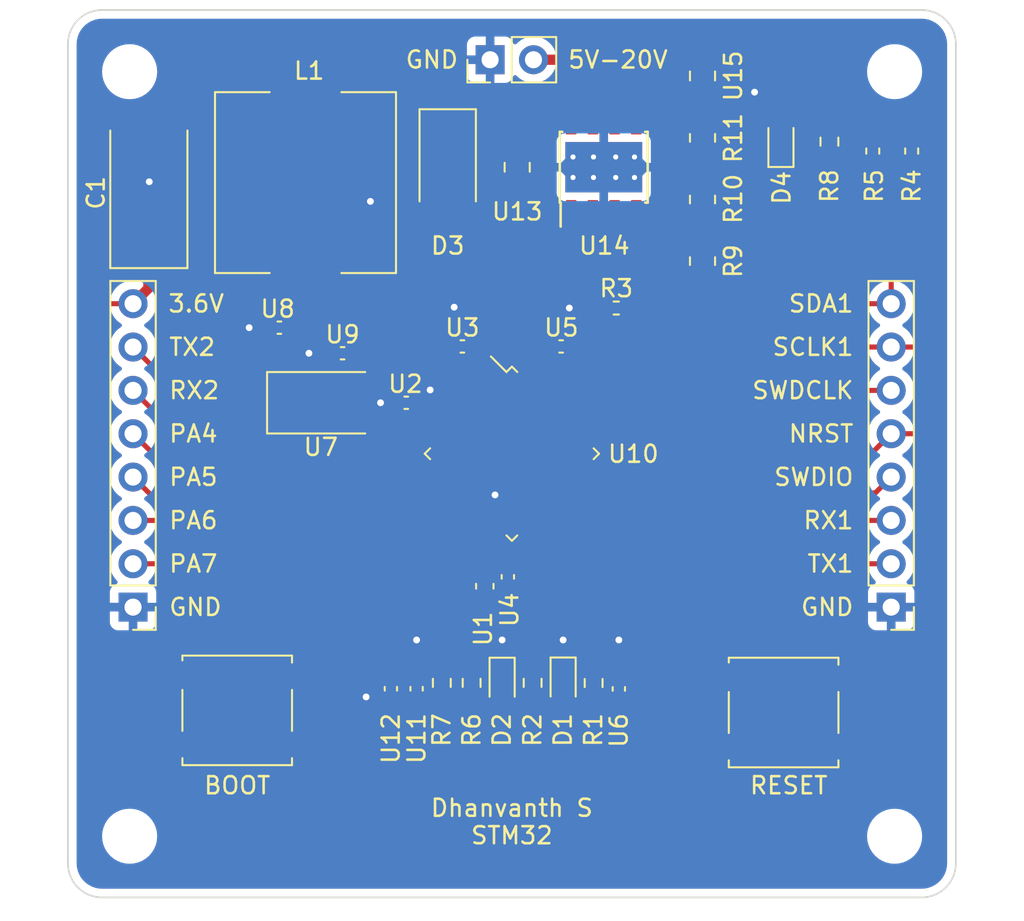
<source format=kicad_pcb>
(kicad_pcb (version 20240108) (generator "pcbnew") (generator_version "8.0")
  (layers (0 "F.Cu" signal) (31 "B.Cu" signal) (34 "B.Paste" user) (35 "F.Paste" user) (36 "B.SilkS" user "B.Silkscreen") (37 "F.SilkS" user "F.Silkscreen") (38 "B.Mask" user) (39 "F.Mask" user) (44 "Edge.Cuts" user))
  (net 0 "")
  (net 1 "+3.3V")
  (net 2 "GND")
  (net 3 "Net-(D1-Pad2)")
  (net 4 "Net-(D2-Pad2)")
  (net 5 "Net-(D3-Pad1)")
  (net 6 "Net-(D4-Pad2)")
  (net 7 "SWDIO")
  (net 8 "SWDCLK")
  (net 9 "NRST")
  (net 10 "USART2_RX")
  (net 11 "USART2_TX")
  (net 12 "USART1_RX")
  (net 13 "USART1_TX")
  (net 14 "I2C1_SCLK")
  (net 15 "I2C1_SDA")
  (net 16 "+12V")
  (net 17 "LED2")
  (net 18 "LED1")
  (net 19 "/BOOT0")
  (net 20 "Net-(R6-Pad1)")
  (net 21 "Net-(R6-Pad2)")
  (net 22 "feedback")
  (net 23 "Net-(R10-Pad2)")
  (net 24 "/HSE_IN")
  (net 25 "/HSE_OUT")
  (net 31 "PA7")
  (net 32 "PA6")
  (net 33 "PA5")
  (net 34 "PA4")
  (net 48 "Net-(U13-Pad1)")
  (footprint "MountingHole:MountingHole_2.2mm_M2" (layer "F.Cu") (at 126.6 58.2)
    (property "Reference" "H3")
    (property "Value" "MountingHole")
    (pad "" np_thru_hole circle (at 0 0) (size 2.2 2.2) (drill 2.2) (layers "*.Cu" "*.Mask"))
  )
  (footprint "Capacitor_SMD:C_0603_1608Metric" (layer "F.Cu") (at 147.4 88.35 -90)
    (property "Reference" "U1" (at 2.5 0.1 -90) (layer "F.SilkS"))
    (property "Value" "4u7")
    (pad "1" smd roundrect (at -0.775 0 270) (size 0.9 0.95) (layers "F.Cu" "F.Paste" "F.Mask") (net 1 "+3.3V"))
    (pad "2" smd roundrect (at 0.775 0 270) (size 0.9 0.95) (layers "F.Cu" "F.Paste" "F.Mask") (net 2 "GND"))
  )
  (footprint "Resistor_SMD:R_0603_1608Metric" (layer "F.Cu") (at 146.62875 94.0125 -90)
    (property "Reference" "R6" (at 2.76 0 -90) (layer "F.SilkS"))
    (property "Value" "1K")
    (pad "1" smd roundrect (at -0.825 0 270) (size 0.8 0.95) (layers "F.Cu" "F.Paste" "F.Mask") (net 20 "Net-(R6-Pad1)"))
    (pad "2" smd roundrect (at 0.825 0 270) (size 0.8 0.95) (layers "F.Cu" "F.Paste" "F.Mask") (net 21 "Net-(R6-Pad2)"))
  )
  (footprint "Inductor_SMD:L_10.4x10.4_H4.8" (layer "F.Cu") (at 136.9 64.7 -90)
    (property "Reference" "L1" (at -6.55 -0.211 180) (layer "F.SilkS"))
    (property "Value" "15uH")
    (pad "1" smd rect (at -4.15 0 270) (size 2.7 3.6) (layers "F.Cu" "F.Paste" "F.Mask") (net 5 "Net-(D3-Pad1)"))
    (pad "2" smd rect (at 4.15 0 270) (size 2.7 3.6) (layers "F.Cu" "F.Paste" "F.Mask") (net 1 "+3.3V"))
  )
  (footprint "Button_Switch_SMD:SW_Push_1P1T_NO_CK_KSC6xxJ" (layer "F.Cu") (at 164.9 95.75 180)
    (property "Reference" "SW1")
    (property "Value" "SW_Push")
    (pad "1" smd rect (at -2.9 -2 180) (size 2.8 1) (layers "F.Cu" "F.Paste" "F.Mask") (net 9 "NRST"))
    (pad "1" smd rect (at 2.9 -2 180) (size 2.8 1) (layers "F.Cu" "F.Paste" "F.Mask") (net 9 "NRST"))
    (pad "2" smd rect (at -2.9 2 180) (size 2.8 1) (layers "F.Cu" "F.Paste" "F.Mask") (net 2 "GND"))
    (pad "2" smd rect (at 2.9 2 180) (size 2.8 1) (layers "F.Cu" "F.Paste" "F.Mask") (net 2 "GND"))
  )
  (footprint "Capacitor_SMD:C_0402_1005Metric" (layer "F.Cu") (at 143.40625 94.3575 90)
    (property "Reference" "U11" (at -2.915 0 90) (layer "F.SilkS"))
    (property "Value" "10p")
    (pad "1" smd roundrect (at -0.48 0 90) (size 0.56 0.62) (layers "F.Cu" "F.Paste" "F.Mask") (net 21 "Net-(R6-Pad2)"))
    (pad "2" smd roundrect (at 0.48 0 90) (size 0.56 0.62) (layers "F.Cu" "F.Paste" "F.Mask") (net 2 "GND"))
  )
  (footprint "Resistor_SMD:R_0805_2012Metric" (layer "F.Cu") (at 160.15 65.69 90)
    (property "Reference" "R10" (at 0.0375 1.8 90) (layer "F.SilkS"))
    (property "Value" "1k5")
    (pad "1" smd roundrect (at -0.9125 0 90) (size 1.025 1.4) (layers "F.Cu" "F.Paste" "F.Mask") (roundrect_rratio 0.243902439) (net 22 "feedback"))
    (pad "2" smd roundrect (at 0.9125 0 90) (size 1.025 1.4) (layers "F.Cu" "F.Paste" "F.Mask") (roundrect_rratio 0.243902439) (net 23 "Net-(R10-Pad2)"))
  )
  (footprint "Button_Switch_SMD:SW_Push_1P1T_NO_CK_KSC6xxJ" (layer "F.Cu") (at 132.9 95.625 180)
    (property "Reference" "SW2")
    (property "Value" "SW_Push")
    (pad "1" smd rect (at -2.9 -2 180) (size 2.8 1) (layers "F.Cu" "F.Paste" "F.Mask") (net 21 "Net-(R6-Pad2)"))
    (pad "1" smd rect (at 2.9 -2 180) (size 2.8 1) (layers "F.Cu" "F.Paste" "F.Mask") (net 21 "Net-(R6-Pad2)"))
    (pad "2" smd rect (at -2.9 2 180) (size 2.8 1) (layers "F.Cu" "F.Paste" "F.Mask") (net 1 "+3.3V"))
    (pad "2" smd rect (at 2.9 2 180) (size 2.8 1) (layers "F.Cu" "F.Paste" "F.Mask") (net 1 "+3.3V"))
  )
  (footprint "Resistor_SMD:R_0603_1608Metric" (layer "F.Cu") (at 153.77375 94.0225 -90)
    (property "Reference" "R1" (at 2.75 0.015786 90) (layer "F.SilkS"))
    (property "Value" "1k5")
    (pad "1" smd roundrect (at -0.825 0 270) (size 0.8 0.95) (layers "F.Cu" "F.Paste" "F.Mask") (net 17 "LED2"))
    (pad "2" smd roundrect (at 0.825 0 270) (size 0.8 0.95) (layers "F.Cu" "F.Paste" "F.Mask") (net 3 "Net-(D1-Pad2)"))
  )
  (footprint "MountingHole:MountingHole_2.2mm_M2" (layer "F.Cu") (at 171.4 103)
    (property "Reference" "H2")
    (property "Value" "MountingHole")
    (pad "" np_thru_hole circle (at 0 0) (size 2.2 2.2) (drill 2.2) (layers "*.Cu" "*.Mask"))
  )
  (footprint "Resistor_SMD:R_0603_1608Metric" (layer "F.Cu") (at 150.20125 94.0125 -90)
    (property "Reference" "R2" (at 2.76 0.005786 90) (layer "F.SilkS"))
    (property "Value" "1k5")
    (pad "1" smd roundrect (at -0.825 0 270) (size 0.8 0.95) (layers "F.Cu" "F.Paste" "F.Mask") (net 18 "LED1"))
    (pad "2" smd roundrect (at 0.825 0 270) (size 0.8 0.95) (layers "F.Cu" "F.Paste" "F.Mask") (net 4 "Net-(D2-Pad2)"))
  )
  (footprint "Connector_PinHeader_2.54mm:PinHeader_1x08_P2.54mm_Vertical" (layer "F.Cu") (at 171.2 89.575 180)
    (property "Reference" "J1")
    (property "Value" "Communication pins")
    (pad "1" thru_hole rect (at 0 0 180) (size 1.7 1.7) (drill 1) (layers "*.Cu" "*.Mask") (net 2 "GND"))
    (pad "2" thru_hole oval (at 0 2.54 180) (size 1.7 1.7) (drill 1) (layers "*.Cu" "*.Mask") (net 13 "USART1_TX"))
    (pad "3" thru_hole oval (at 0 5.08 180) (size 1.7 1.7) (drill 1) (layers "*.Cu" "*.Mask") (net 12 "USART1_RX"))
    (pad "4" thru_hole oval (at 0 7.62 180) (size 1.7 1.7) (drill 1) (layers "*.Cu" "*.Mask") (net 7 "SWDIO"))
    (pad "5" thru_hole oval (at 0 10.16 180) (size 1.7 1.7) (drill 1) (layers "*.Cu" "*.Mask") (net 9 "NRST"))
    (pad "6" thru_hole oval (at 0 12.7 180) (size 1.7 1.7) (drill 1) (layers "*.Cu" "*.Mask") (net 8 "SWDCLK"))
    (pad "7" thru_hole oval (at 0 15.24 180) (size 1.7 1.7) (drill 1) (layers "*.Cu" "*.Mask") (net 14 "I2C1_SCLK"))
    (pad "8" thru_hole oval (at 0 17.78 180) (size 1.7 1.7) (drill 1) (layers "*.Cu" "*.Mask") (net 15 "I2C1_SDA"))
  )
  (footprint "Capacitor_SMD:C_0402_1005Metric" (layer "F.Cu") (at 135.37 73.2 180)
    (property "Reference" "U8" (at 0.1 1.1 180) (layer "F.SilkS"))
    (property "Value" "30p")
    (pad "1" smd roundrect (at -0.48 0 180) (size 0.56 0.62) (layers "F.Cu" "F.Paste" "F.Mask") (net 24 "/HSE_IN"))
    (pad "2" smd roundrect (at 0.48 0 180) (size 0.56 0.62) (layers "F.Cu" "F.Paste" "F.Mask") (net 2 "GND"))
  )
  (footprint "MountingHole:MountingHole_2.2mm_M2" (layer "F.Cu") (at 126.6 103)
    (property "Reference" "H1")
    (property "Value" "MountingHole")
    (pad "" np_thru_hole circle (at 0 0) (size 2.2 2.2) (drill 2.2) (layers "*.Cu" "*.Mask"))
  )
  (footprint "Resistor_SMD:R_0402_1005Metric" (layer "F.Cu") (at 172.4 62.85 90)
    (property "Reference" "R4" (at -2.05 0 -90) (layer "F.SilkS"))
    (property "Value" "2k2")
    (pad "1" smd roundrect (at -0.51 0 90) (size 0.54 0.64) (layers "F.Cu" "F.Paste" "F.Mask") (net 14 "I2C1_SCLK"))
    (pad "2" smd roundrect (at 0.51 0 90) (size 0.54 0.64) (layers "F.Cu" "F.Paste" "F.Mask") (net 1 "+3.3V"))
  )
  (footprint "Crystal:Crystal_SMD_5032-2Pin_5.0x3.2mm" (layer "F.Cu") (at 137.7 77.6)
    (property "Reference" "U7" (at 0.1 2.6 0) (layer "F.SilkS"))
    (property "Value" "8MHz")
    (pad "1" smd rect (at -1.85 0) (size 2 2.4) (layers "F.Cu" "F.Paste" "F.Mask") (net 24 "/HSE_IN"))
    (pad "2" smd rect (at 1.85 0) (size 2 2.4) (layers "F.Cu" "F.Paste" "F.Mask") (net 25 "/HSE_OUT"))
  )
  (footprint "Connector_PinHeader_2.54mm:PinHeader_1x08_P2.54mm_Vertical" (layer "F.Cu") (at 126.8 89.575 180)
    (property "Reference" "J2")
    (property "Value" "Communication pins")
    (pad "1" thru_hole rect (at 0 0 180) (size 1.7 1.7) (drill 1) (layers "*.Cu" "*.Mask") (net 2 "GND"))
    (pad "2" thru_hole oval (at 0 2.54 180) (size 1.7 1.7) (drill 1) (layers "*.Cu" "*.Mask") (net 31 "PA7"))
    (pad "3" thru_hole oval (at 0 5.08 180) (size 1.7 1.7) (drill 1) (layers "*.Cu" "*.Mask") (net 32 "PA6"))
    (pad "4" thru_hole oval (at 0 7.62 180) (size 1.7 1.7) (drill 1) (layers "*.Cu" "*.Mask") (net 33 "PA5"))
    (pad "5" thru_hole oval (at 0 10.16 180) (size 1.7 1.7) (drill 1) (layers "*.Cu" "*.Mask") (net 34 "PA4"))
    (pad "6" thru_hole oval (at 0 12.7 180) (size 1.7 1.7) (drill 1) (layers "*.Cu" "*.Mask") (net 10 "USART2_RX"))
    (pad "7" thru_hole oval (at 0 15.24 180) (size 1.7 1.7) (drill 1) (layers "*.Cu" "*.Mask") (net 11 "USART2_TX"))
    (pad "8" thru_hole oval (at 0 17.78 180) (size 1.7 1.7) (drill 1) (layers "*.Cu" "*.Mask") (net 1 "+3.3V"))
  )
  (footprint "Capacitor_SMD:C_0402_1005Metric" (layer "F.Cu") (at 155.25 94.3675 90)
    (property "Reference" "U6" (at -2.428809 0 90) (layer "F.SilkS"))
    (property "Value" "100n")
    (pad "1" smd roundrect (at -0.48 0 90) (size 0.56 0.62) (layers "F.Cu" "F.Paste" "F.Mask") (net 9 "NRST"))
    (pad "2" smd roundrect (at 0.48 0 90) (size 0.56 0.62) (layers "F.Cu" "F.Paste" "F.Mask") (net 2 "GND"))
  )
  (footprint "Resistor_SMD:R_0805_2012Metric" (layer "F.Cu") (at 160.15 69.3 90)
    (property "Reference" "R9" (at 0 1.8 90) (layer "F.SilkS"))
    (property "Value" "8k2")
    (pad "1" smd roundrect (at -0.9125 0 90) (size 1.025 1.4) (layers "F.Cu" "F.Paste" "F.Mask") (roundrect_rratio 0.243902439) (net 1 "+3.3V"))
    (pad "2" smd roundrect (at 0.9125 0 90) (size 1.025 1.4) (layers "F.Cu" "F.Paste" "F.Mask") (roundrect_rratio 0.243902439) (net 22 "feedback"))
  )
  (footprint "Diode_SMD:D_SMA" (layer "F.Cu") (at 145.228 63.8 -90)
    (property "Reference" "D3" (at 4.6 0 0) (layer "F.SilkS"))
    (property "Value" "B340")
    (pad "1" smd rect (at -2 0 270) (size 2.5 1.8) (layers "F.Cu" "F.Paste" "F.Mask") (net 5 "Net-(D3-Pad1)"))
    (pad "2" smd rect (at 2 0 270) (size 2.5 1.8) (layers "F.Cu" "F.Paste" "F.Mask") (net 2 "GND"))
  )
  (footprint "Capacitor_SMD:C_0402_1005Metric" (layer "F.Cu") (at 146.085786 74.3 180)
    (property "Reference" "U3" (at 0 1.1 0) (layer "F.SilkS"))
    (property "Value" "100n")
    (pad "1" smd roundrect (at -0.48 0 180) (size 0.56 0.62) (layers "F.Cu" "F.Paste" "F.Mask") (net 1 "+3.3V"))
    (pad "2" smd roundrect (at 0.48 0 180) (size 0.56 0.62) (layers "F.Cu" "F.Paste" "F.Mask") (net 2 "GND"))
  )
  (footprint "Resistor_SMD:R_0603_1608Metric" (layer "F.Cu") (at 144.8825 94.0125 90)
    (property "Reference" "R7" (at -2.76 -0.007661 90) (layer "F.SilkS"))
    (property "Value" "100K")
    (pad "1" smd roundrect (at -0.825 0 90) (size 0.8 0.95) (layers "F.Cu" "F.Paste" "F.Mask") (net 21 "Net-(R6-Pad2)"))
    (pad "2" smd roundrect (at 0.825 0 90) (size 0.8 0.95) (layers "F.Cu" "F.Paste" "F.Mask") (net 2 "GND"))
  )
  (footprint "Resistor_SMD:R_0603_1608Metric" (layer "F.Cu") (at 167.582 62.3 90)
    (property "Reference" "R8" (at -2.6 0 90) (layer "F.SilkS"))
    (property "Value" "1k5")
    (pad "1" smd roundrect (at -0.825 0 90) (size 0.8 0.95) (layers "F.Cu" "F.Paste" "F.Mask") (net 1 "+3.3V"))
    (pad "2" smd roundrect (at 0.825 0 90) (size 0.8 0.95) (layers "F.Cu" "F.Paste" "F.Mask") (net 6 "Net-(D4-Pad2)"))
  )
  (footprint "Capacitor_SMD:C_0402_1005Metric" (layer "F.Cu") (at 142.8 77.6 180)
    (property "Reference" "U2" (at 0.05 1.1 0) (layer "F.SilkS"))
    (property "Value" "100n")
    (pad "1" smd roundrect (at -0.48 0 180) (size 0.56 0.62) (layers "F.Cu" "F.Paste" "F.Mask") (net 1 "+3.3V"))
    (pad "2" smd roundrect (at 0.48 0 180) (size 0.56 0.62) (layers "F.Cu" "F.Paste" "F.Mask") (net 2 "GND"))
  )
  (footprint "Resistor_SMD:R_0402_1005Metric" (layer "F.Cu") (at 155.1 72.05)
    (property "Reference" "R3" (at 0 -1.15 0) (layer "F.SilkS"))
    (property "Value" "10K")
    (pad "1" smd roundrect (at -0.51 0) (size 0.54 0.64) (layers "F.Cu" "F.Paste" "F.Mask") (net 2 "GND"))
    (pad "2" smd roundrect (at 0.51 0) (size 0.54 0.64) (layers "F.Cu" "F.Paste" "F.Mask") (net 19 "/BOOT0"))
  )
  (footprint "Capacitor_SMD:C_0805_2012Metric" (layer "F.Cu") (at 160.15 58.45 -90)
    (property "Reference" "U15" (at 0 -1.8 90) (layer "F.SilkS"))
    (property "Value" "10u")
    (pad "1" smd roundrect (at -0.95 0 270) (size 1 1.45) (layers "F.Cu" "F.Paste" "F.Mask") (net 16 "+12V"))
    (pad "2" smd roundrect (at 0.95 0 270) (size 1 1.45) (layers "F.Cu" "F.Paste" "F.Mask") (net 2 "GND"))
  )
  (footprint "Resistor_SMD:R_0805_2012Metric" (layer "F.Cu") (at 160.15 62.08 90)
    (property "Reference" "R11" (at -0.01 1.8 90) (layer "F.SilkS"))
    (property "Value" "2k7")
    (pad "1" smd roundrect (at -0.9125 0 90) (size 1.025 1.4) (layers "F.Cu" "F.Paste" "F.Mask") (roundrect_rratio 0.243902439) (net 23 "Net-(R10-Pad2)"))
    (pad "2" smd roundrect (at 0.9125 0 90) (size 1.025 1.4) (layers "F.Cu" "F.Paste" "F.Mask") (roundrect_rratio 0.243902439) (net 2 "GND"))
  )
  (footprint "Capacitor_SMD:C_0402_1005Metric" (layer "F.Cu") (at 151.87 74.3)
    (property "Reference" "U5" (at 0.014214 -1.1 0) (layer "F.SilkS"))
    (property "Value" "100n")
    (pad "1" smd roundrect (at -0.48 0) (size 0.56 0.62) (layers "F.Cu" "F.Paste" "F.Mask") (net 1 "+3.3V"))
    (pad "2" smd roundrect (at 0.48 0) (size 0.56 0.62) (layers "F.Cu" "F.Paste" "F.Mask") (net 2 "GND"))
  )
  (footprint "Capacitor_SMD:C_0402_1005Metric" (layer "F.Cu") (at 141.9 94.3575 -90)
    (property "Reference" "U12" (at 2.915 0 90) (layer "F.SilkS"))
    (property "Value" "100n")
    (pad "1" smd roundrect (at -0.48 0 270) (size 0.56 0.62) (layers "F.Cu" "F.Paste" "F.Mask") (net 20 "Net-(R6-Pad1)"))
    (pad "2" smd roundrect (at 0.48 0 270) (size 0.56 0.62) (layers "F.Cu" "F.Paste" "F.Mask") (net 2 "GND"))
  )
  (footprint "MountingHole:MountingHole_2.2mm_M2" (layer "F.Cu") (at 171.4 58.2)
    (property "Reference" "H4")
    (property "Value" "MountingHole")
    (pad "" np_thru_hole circle (at 0 0) (size 2.2 2.2) (drill 2.2) (layers "*.Cu" "*.Mask"))
  )
  (footprint "Capacitor_Tantalum_SMD:CP_EIA-7343-15_Kemet-W" (layer "F.Cu") (at 127.725 65.3 90)
    (property "Reference" "C1" (at 0 -3.1 90) (layer "F.SilkS"))
    (property "Value" "220u")
    (pad "1" smd roundrect (at -3.1125 0 90) (size 2.075 2.55) (layers "F.Cu" "F.Paste" "F.Mask") (roundrect_rratio 0.1204819277) (net 1 "+3.3V"))
    (pad "2" smd roundrect (at 3.1125 0 90) (size 2.075 2.55) (layers "F.Cu" "F.Paste" "F.Mask") (roundrect_rratio 0.1204819277) (net 2 "GND"))
  )
  (footprint "Package_SO:TI_SO-PowerPAD-8_ThermalVias" (layer "F.Cu") (at 154.366 63.8 90)
    (property "Reference" "U14" (at -4.6 0.034 0) (layer "F.SilkS"))
    (property "Value" "TPS5430DDA")
    (pad "1" smd rect (at -2.7 -1.905 90) (size 1.55 0.6) (layers "F.Cu" "F.Paste" "F.Mask") (net 48 "Net-(U13-Pad1)"))
    (pad "2" smd rect (at -2.7 -0.635 90) (size 1.55 0.6) (layers "F.Cu" "F.Paste" "F.Mask"))
    (pad "3" smd rect (at -2.7 0.635 90) (size 1.55 0.6) (layers "F.Cu" "F.Paste" "F.Mask"))
    (pad "4" smd rect (at -2.7 1.905 90) (size 1.55 0.6) (layers "F.Cu" "F.Paste" "F.Mask") (net 22 "feedback"))
    (pad "5" smd rect (at 2.7 1.905 90) (size 1.55 0.6) (layers "F.Cu" "F.Paste" "F.Mask"))
    (pad "6" smd rect (at 2.7 0.635 90) (size 1.55 0.6) (layers "F.Cu" "F.Paste" "F.Mask") (net 2 "GND"))
    (pad "7" smd rect (at 2.7 -0.635 90) (size 1.55 0.6) (layers "F.Cu" "F.Paste" "F.Mask") (net 16 "+12V"))
    (pad "8" smd rect (at 2.7 -1.905 90) (size 1.55 0.6) (layers "F.Cu" "F.Paste" "F.Mask") (net 5 "Net-(D3-Pad1)"))
    (pad "9" thru_hole circle (at -0.6 -1.8 90) (size 0.6 0.6) (drill 0.3) (layers "*.Cu") (net 2 "GND"))
    (pad "9" thru_hole circle (at -0.6 -0.6 90) (size 0.6 0.6) (drill 0.3) (layers "*.Cu") (net 2 "GND"))
    (pad "9" thru_hole circle (at -0.6 0.7 90) (size 0.6 0.6) (drill 0.3) (layers "*.Cu") (net 2 "GND"))
    (pad "9" thru_hole circle (at -0.6 1.8 90) (size 0.6 0.6) (drill 0.3) (layers "*.Cu") (net 2 "GND"))
    (pad "9" smd rect (at 0 0 90) (size 2.6 3.1) (layers "F.Cu" "F.Paste" "F.Mask") (net 2 "GND"))
    (pad "9" smd rect (at 0 0 90) (size 2.95 4.5) (layers "F.Cu") (net 2 "GND"))
    (pad "9" smd rect (at 0 0 90) (size 2.95 4.5) (layers "B.Cu") (net 2 "GND"))
    (pad "9" thru_hole circle (at 0.6 -1.8 90) (size 0.6 0.6) (drill 0.3) (layers "*.Cu") (net 2 "GND"))
    (pad "9" thru_hole circle (at 0.6 -0.6 90) (size 0.6 0.6) (drill 0.3) (layers "*.Cu") (net 2 "GND"))
    (pad "9" thru_hole circle (at 0.6 0.7 90) (size 0.6 0.6) (drill 0.3) (layers "*.Cu") (net 2 "GND"))
    (pad "9" thru_hole circle (at 0.6 1.8 90) (size 0.6 0.6) (drill 0.3) (layers "*.Cu") (net 2 "GND"))
  )
  (footprint "Connector_PinHeader_2.54mm:PinHeader_1x02_P2.54mm_Vertical" (layer "F.Cu") (at 147.710786 57.5 90)
    (property "Reference" "J4")
    (property "Value" "5V-20V")
    (pad "1" thru_hole rect (at 0 0 90) (size 1.7 1.7) (drill 1) (layers "*.Cu" "*.Mask") (net 2 "GND"))
    (pad "2" thru_hole oval (at 0 2.54 90) (size 1.7 1.7) (drill 1) (layers "*.Cu" "*.Mask") (net 16 "+12V"))
  )
  (footprint "LED_SMD:LED_0603_1608Metric" (layer "F.Cu") (at 164.743 62.3 90)
    (property "Reference" "D4" (at -2.7 0.043 90) (layer "F.SilkS"))
    (property "Value" "PWR Status")
    (pad "1" smd roundrect (at -0.7875 0 90) (size 0.875 0.95) (layers "F.Cu" "F.Paste" "F.Mask") (net 2 "GND"))
    (pad "2" smd roundrect (at 0.7875 0 90) (size 0.875 0.95) (layers "F.Cu" "F.Paste" "F.Mask") (net 6 "Net-(D4-Pad2)"))
  )
  (footprint "Capacitor_SMD:C_0402_1005Metric" (layer "F.Cu") (at 148.75 87.8 -90)
    (property "Reference" "U4" (at 1.93 -0.1 -90) (layer "F.SilkS"))
    (property "Value" "100n")
    (pad "1" smd roundrect (at -0.48 0 270) (size 0.56 0.62) (layers "F.Cu" "F.Paste" "F.Mask") (net 1 "+3.3V"))
    (pad "2" smd roundrect (at 0.48 0 270) (size 0.56 0.62) (layers "F.Cu" "F.Paste" "F.Mask") (net 2 "GND"))
  )
  (footprint "LED_SMD:LED_0603_1608Metric" (layer "F.Cu") (at 148.415 94.0225 -90)
    (property "Reference" "D2" (at 2.75 0.015786 90) (layer "F.SilkS"))
    (property "Value" "LED2")
    (pad "1" smd roundrect (at -0.7875 0 270) (size 0.875 0.95) (layers "F.Cu" "F.Paste" "F.Mask") (net 2 "GND"))
    (pad "2" smd roundrect (at 0.7875 0 270) (size 0.875 0.95) (layers "F.Cu" "F.Paste" "F.Mask") (net 4 "Net-(D2-Pad2)"))
  )
  (footprint "Package_QFP:LQFP-48_7x7mm_P0.5mm" (layer "F.Cu") (at 148.985786 80.585786 -45)
    (property "Reference" "U10" (at 5.04056 -5.020458 0) (layer "F.SilkS"))
    (property "Value" "STM32F030C8Tx")
    (pad "1" smd roundrect (at -4.1625 -2.75 315) (size 1.475 0.3) (layers "F.Cu" "F.Paste" "F.Mask") (net 1 "+3.3V"))
    (pad "2" smd roundrect (at -4.1625 -2.25 315) (size 1.475 0.3) (layers "F.Cu" "F.Paste" "F.Mask"))
    (pad "3" smd roundrect (at -4.1625 -1.75 315) (size 1.475 0.3) (layers "F.Cu" "F.Paste" "F.Mask"))
    (pad "4" smd roundrect (at -4.1625 -1.249999 315) (size 1.475 0.3) (layers "F.Cu" "F.Paste" "F.Mask"))
    (pad "5" smd roundrect (at -4.1625 -0.75 315) (size 1.475 0.3) (layers "F.Cu" "F.Paste" "F.Mask") (net 24 "/HSE_IN"))
    (pad "6" smd roundrect (at -4.1625 -0.25 315) (size 1.475 0.3) (layers "F.Cu" "F.Paste" "F.Mask") (net 25 "/HSE_OUT"))
    (pad "7" smd roundrect (at -4.1625 0.25 315) (size 1.475 0.3) (layers "F.Cu" "F.Paste" "F.Mask") (net 9 "NRST"))
    (pad "8" smd roundrect (at -4.1625 0.75 315) (size 1.475 0.3) (layers "F.Cu" "F.Paste" "F.Mask") (net 2 "GND"))
    (pad "9" smd roundrect (at -4.1625 1.249999 315) (size 1.475 0.3) (layers "F.Cu" "F.Paste" "F.Mask") (net 1 "+3.3V"))
    (pad "10" smd roundrect (at -4.1625 1.75 315) (size 1.475 0.3) (layers "F.Cu" "F.Paste" "F.Mask"))
    (pad "11" smd roundrect (at -4.1625 2.25 315) (size 1.475 0.3) (layers "F.Cu" "F.Paste" "F.Mask"))
    (pad "12" smd roundrect (at -4.1625 2.75 315) (size 1.475 0.3) (layers "F.Cu" "F.Paste" "F.Mask") (net 11 "USART2_TX"))
    (pad "13" smd roundrect (at -2.75 4.1625 315) (size 0.3 1.475) (layers "F.Cu" "F.Paste" "F.Mask") (net 10 "USART2_RX"))
    (pad "14" smd roundrect (at -2.25 4.1625 315) (size 0.3 1.475) (layers "F.Cu" "F.Paste" "F.Mask") (net 34 "PA4"))
    (pad "15" smd roundrect (at -1.75 4.1625 315) (size 0.3 1.475) (layers "F.Cu" "F.Paste" "F.Mask") (net 33 "PA5"))
    (pad "16" smd roundrect (at -1.249999 4.1625 315) (size 0.3 1.475) (layers "F.Cu" "F.Paste" "F.Mask") (net 32 "PA6"))
    (pad "17" smd roundrect (at -0.75 4.1625 315) (size 0.3 1.475) (layers "F.Cu" "F.Paste" "F.Mask") (net 31 "PA7"))
    (pad "18" smd roundrect (at -0.25 4.1625 315) (size 0.3 1.475) (layers "F.Cu" "F.Paste" "F.Mask"))
    (pad "19" smd roundrect (at 0.25 4.1625 315) (size 0.3 1.475) (layers "F.Cu" "F.Paste" "F.Mask"))
    (pad "20" smd roundrect (at 0.75 4.1625 315) (size 0.3 1.475) (layers "F.Cu" "F.Paste" "F.Mask"))
    (pad "21" smd roundrect (at 1.249999 4.1625 315) (size 0.3 1.475) (layers "F.Cu" "F.Paste" "F.Mask"))
    (pad "22" smd roundrect (at 1.75 4.1625 315) (size 0.3 1.475) (layers "F.Cu" "F.Paste" "F.Mask") (net 20 "Net-(R6-Pad1)"))
    (pad "23" smd roundrect (at 2.25 4.1625 315) (size 0.3 1.475) (layers "F.Cu" "F.Paste" "F.Mask") (net 2 "GND"))
    (pad "24" smd roundrect (at 2.75 4.1625 315) (size 0.3 1.475) (layers "F.Cu" "F.Paste" "F.Mask") (net 1 "+3.3V"))
    (pad "25" smd roundrect (at 4.1625 2.75 315) (size 1.475 0.3) (layers "F.Cu" "F.Paste" "F.Mask") (net 18 "LED1"))
    (pad "26" smd roundrect (at 4.1625 2.25 315) (size 1.475 0.3) (layers "F.Cu" "F.Paste" "F.Mask") (net 17 "LED2"))
    (pad "27" smd roundrect (at 4.1625 1.75 315) (size 1.475 0.3) (layers "F.Cu" "F.Paste" "F.Mask"))
    (pad "28" smd roundrect (at 4.1625 1.249999 315) (size 1.475 0.3) (layers "F.Cu" "F.Paste" "F.Mask"))
    (pad "29" smd roundrect (at 4.1625 0.75 315) (size 1.475 0.3) (layers "F.Cu" "F.Paste" "F.Mask"))
    (pad "30" smd roundrect (at 4.1625 0.25 315) (size 1.475 0.3) (layers "F.Cu" "F.Paste" "F.Mask") (net 13 "USART1_TX"))
    (pad "31" smd roundrect (at 4.1625 -0.25 315) (size 1.475 0.3) (layers "F.Cu" "F.Paste" "F.Mask") (net 12 "USART1_RX"))
    (pad "32" smd roundrect (at 4.1625 -0.75 315) (size 1.475 0.3) (layers "F.Cu" "F.Paste" "F.Mask"))
    (pad "33" smd roundrect (at 4.1625 -1.249999 315) (size 1.475 0.3) (layers "F.Cu" "F.Paste" "F.Mask"))
    (pad "34" smd roundrect (at 4.1625 -1.75 315) (size 1.475 0.3) (layers "F.Cu" "F.Paste" "F.Mask") (net 7 "SWDIO"))
    (pad "35" smd roundrect (at 4.1625 -2.25 315) (size 1.475 0.3) (layers "F.Cu" "F.Paste" "F.Mask"))
    (pad "36" smd roundrect (at 4.1625 -2.75 315) (size 1.475 0.3) (layers "F.Cu" "F.Paste" "F.Mask"))
    (pad "37" smd roundrect (at 2.75 -4.1625 315) (size 0.3 1.475) (layers "F.Cu" "F.Paste" "F.Mask") (net 8 "SWDCLK"))
    (pad "38" smd roundrect (at 2.25 -4.1625 315) (size 0.3 1.475) (layers "F.Cu" "F.Paste" "F.Mask"))
    (pad "39" smd roundrect (at 1.75 -4.1625 315) (size 0.3 1.475) (layers "F.Cu" "F.Paste" "F.Mask"))
    (pad "40" smd roundrect (at 1.249999 -4.1625 315) (size 0.3 1.475) (layers "F.Cu" "F.Paste" "F.Mask"))
    (pad "41" smd roundrect (at 0.75 -4.1625 315) (size 0.3 1.475) (layers "F.Cu" "F.Paste" "F.Mask"))
    (pad "42" smd roundrect (at 0.25 -4.1625 315) (size 0.3 1.475) (layers "F.Cu" "F.Paste" "F.Mask") (net 14 "I2C1_SCLK"))
    (pad "43" smd roundrect (at -0.25 -4.1625 315) (size 0.3 1.475) (layers "F.Cu" "F.Paste" "F.Mask") (net 15 "I2C1_SDA"))
    (pad "44" smd roundrect (at -0.75 -4.1625 315) (size 0.3 1.475) (layers "F.Cu" "F.Paste" "F.Mask") (net 19 "/BOOT0"))
    (pad "45" smd roundrect (at -1.249999 -4.1625 315) (size 0.3 1.475) (layers "F.Cu" "F.Paste" "F.Mask"))
    (pad "46" smd roundrect (at -1.75 -4.1625 315) (size 0.3 1.475) (layers "F.Cu" "F.Paste" "F.Mask"))
    (pad "47" smd roundrect (at -2.25 -4.1625 315) (size 0.3 1.475) (layers "F.Cu" "F.Paste" "F.Mask") (net 2 "GND"))
    (pad "48" smd roundrect (at -2.75 -4.1625 315) (size 0.3 1.475) (layers "F.Cu" "F.Paste" "F.Mask") (net 1 "+3.3V"))
  )
  (footprint "Capacitor_SMD:C_0402_1005Metric" (layer "F.Cu") (at 139.07 74.7 180)
    (property "Reference" "U9" (at 0 1.1 180) (layer "F.SilkS"))
    (property "Value" "30p")
    (pad "1" smd roundrect (at -0.48 0 180) (size 0.56 0.62) (layers "F.Cu" "F.Paste" "F.Mask") (net 25 "/HSE_OUT"))
    (pad "2" smd roundrect (at 0.48 0 180) (size 0.56 0.62) (layers "F.Cu" "F.Paste" "F.Mask") (net 2 "GND"))
  )
  (footprint "LED_SMD:LED_0603_1608Metric" (layer "F.Cu") (at 151.9875 94.0125 -90)
    (property "Reference" "D1" (at 2.76 0.015786 90) (layer "F.SilkS"))
    (property "Value" "LED1")
    (pad "1" smd roundrect (at -0.7875 0 270) (size 0.875 0.95) (layers "F.Cu" "F.Paste" "F.Mask") (net 2 "GND"))
    (pad "2" smd roundrect (at 0.7875 0 270) (size 0.875 0.95) (layers "F.Cu" "F.Paste" "F.Mask") (net 3 "Net-(D1-Pad2)"))
  )
  (footprint "Resistor_SMD:R_0402_1005Metric" (layer "F.Cu") (at 170.121 62.85 90)
    (property "Reference" "R5" (at -2.05 0.079 -90) (layer "F.SilkS"))
    (property "Value" "2k2")
    (pad "1" smd roundrect (at -0.51 0 90) (size 0.54 0.64) (layers "F.Cu" "F.Paste" "F.Mask") (net 15 "I2C1_SDA"))
    (pad "2" smd roundrect (at 0.51 0 90) (size 0.54 0.64) (layers "F.Cu" "F.Paste" "F.Mask") (net 1 "+3.3V"))
  )
  (footprint "Capacitor_SMD:C_0805_2012Metric" (layer "F.Cu") (at 149.297 63.8 90)
    (property "Reference" "U13" (at -2.6 0.003 180) (layer "F.SilkS"))
    (property "Value" "10n")
    (pad "1" smd roundrect (at -0.95 0 90) (size 1 1.45) (layers "F.Cu" "F.Paste" "F.Mask") (net 48 "Net-(U13-Pad1)"))
    (pad "2" smd roundrect (at 0.95 0 90) (size 1 1.45) (layers "F.Cu" "F.Paste" "F.Mask") (net 5 "Net-(D3-Pad1)"))
  )
  (gr_line (start 174.985786 56.585786) (end 174.985786 104.585786) (stroke (width 0.1)) (layer "Edge.Cuts"))
  (gr_line (start 172.985786 106.585786) (end 124.985786 106.585786) (stroke (width 0.1)) (layer "Edge.Cuts"))
  (gr_arc (start 174.985786 104.585786) (mid 174.4 106) (end 172.985786 106.585786) (stroke (width 0.1)) (layer "Edge.Cuts"))
  (gr_line (start 124.985786 54.585786) (end 172.985786 54.585786) (stroke (width 0.1)) (layer "Edge.Cuts"))
  (gr_arc (start 124.985786 106.585786) (mid 123.571572 106) (end 122.985786 104.585786) (stroke (width 0.1)) (layer "Edge.Cuts"))
  (gr_arc (start 122.985786 56.585786) (mid 123.571572 55.171572) (end 124.985786 54.585786) (stroke (width 0.1)) (layer "Edge.Cuts"))
  (gr_line (start 122.985786 104.585786) (end 122.985786 56.585786) (stroke (width 0.1)) (layer "Edge.Cuts"))
  (gr_arc (start 172.985786 54.585786) (mid 174.4 55.171572) (end 174.985786 56.585786) (stroke (width 0.1)) (layer "Edge.Cuts"))
  (gr_text "PA5" (at 130.333334 81.955 0) (layer "F.SilkS") (effects (font (size 1 1))))
  (gr_text "GND" (at 144.3 57.5 0) (layer "F.SilkS") (effects (font (size 1 1))))
  (gr_text "PA7" (at 130.333334 87.035 0) (layer "F.SilkS") (effects (font (size 1 1))))
  (gr_text "GND" (at 130.452381 89.575 0) (layer "F.SilkS") (effects (font (size 1 1))))
  (gr_text "SDA1" (at 167.095238 71.795 0) (layer "F.SilkS") (effects (font (size 1 1))))
  (gr_text "SWDIO" (at 166.666667 81.955 0) (layer "F.SilkS") (effects (font (size 1 1))))
  (gr_text "SCLK1" (at 166.619048 74.335 0) (layer "F.SilkS") (effects (font (size 1 1))))
  (gr_text "SWDCLK" (at 166.02381 76.875 0) (layer "F.SilkS") (effects (font (size 1 1))))
  (gr_text "BOOT" (at 132.9 100.025 0) (layer "F.SilkS") (effects (font (size 1 1))))
  (gr_text "Dhanvanth S\nSTM32" (at 148.985786 102.15 0) (layer "F.SilkS") (effects (font (size 1 1))))
  (gr_text "5V-20V" (at 155.2 57.5 0) (layer "F.SilkS") (effects (font (size 1 1))))
  (gr_text "GND" (at 167.452381 89.575 0) (layer "F.SilkS") (effects (font (size 1 1))))
  (gr_text "TX1" (at 167.642857 87.035 0) (layer "F.SilkS") (effects (font (size 1 1))))
  (gr_text "RX2" (at 130.380953 76.875 0) (layer "F.SilkS") (effects (font (size 1 1))))
  (gr_text "RESET" (at 165.2 100.025 0) (layer "F.SilkS") (effects (font (size 1 1))))
  (gr_text "3.6V" (at 130.5 71.795 0) (layer "F.SilkS") (effects (font (size 1 1))))
  (gr_text "NRST" (at 167.095238 79.415 0) (layer "F.SilkS") (effects (font (size 1 1))))
  (gr_text "TX2" (at 130.261905 74.335 0) (layer "F.SilkS") (effects (font (size 1 1))))
  (gr_text "PA4" (at 130.333334 79.415 0) (layer "F.SilkS") (effects (font (size 1 1))))
  (gr_text "PA6" (at 130.333334 84.495 0) (layer "F.SilkS") (effects (font (size 1 1))))
  (gr_text "RX1" (at 167.52381 84.495 0) (layer "F.SilkS") (effects (font (size 1 1))))
  (segment (start 124.705 71.795) (end 126.8 71.795) (width 0.3) (layer "F.Cu") (net 1))
  (segment (start 149.6 82.967766) (end 149.6 83.860659) (width 0.3) (layer "F.Cu") (net 1))
  (segment (start 143.28 78.32) (end 141.6 80) (width 0.3) (layer "F.Cu") (net 1))
  (segment (start 151.3125 70.2125) (end 160.15 70.2125) (width 0.6) (layer "F.Cu") (net 1))
  (segment (start 128.925 93.375) (end 124.775 93.375) (width 0.3) (layer "F.Cu") (net 1))
  (segment (start 141.6 80) (end 133.8 80) (width 0.3) (layer "F.Cu") (net 1))
  (segment (start 149.984574 75.69791) (end 151.382484 74.3) (width 0.3) (layer "F.Cu") (net 1))
  (segment (start 148.75 86.236664) (end 147.986998 85.473662) (width 0.3) (layer "F.Cu") (net 1))
  (segment (start 124 92.6) (end 124 72.5) (width 0.3) (layer "F.Cu") (net 1))
  (segment (start 170.121 62.34) (end 172.4 62.34) (width 0.3) (layer "F.Cu") (net 1))
  (segment (start 146.589088 74.3) (end 147.986998 75.69791) (width 0.3) (layer "F.Cu") (net 1))
  (segment (start 132.625 68.85) (end 128.1625 68.85) (width 0.6) (layer "F.Cu") (net 1))
  (segment (start 167.2875 70.2125) (end 160.15 70.2125) (width 0.3) (layer "F.Cu") (net 1))
  (segment (start 127.7 70.895) (end 127.7 68.4375) (width 0.6) (layer "F.Cu") (net 1))
  (segment (start 144.232234 77.6) (end 143.28 77.6) (width 0.3) (layer "F.Cu") (net 1))
  (segment (start 124 72.5) (end 124.705 71.795) (width 0.3) (layer "F.Cu") (net 1))
  (segment (start 151.382484 74.3) (end 151.39 74.3) (width 0.3) (layer "F.Cu") (net 1))
  (segment (start 143.28 77.6) (end 143.28 78.32) (width 0.3) (layer "F.Cu") (net 1))
  (segment (start 167.582 69.918) (end 167.2875 70.2125) (width 0.3) (layer "F.Cu") (net 1))
  (segment (start 133.8 80) (end 132.5 78.7) (width 0.3) (layer "F.Cu") (net 1))
  (segment (start 169.16 62.34) (end 170.121 62.34) (width 0.3) (layer "F.Cu") (net 1))
  (segment (start 140.85 68.85) (end 142.2125 70.2125) (width 0.6) (layer "F.Cu") (net 1))
  (segment (start 146.565786 74.3) (end 146.589088 74.3) (width 0.3) (layer "F.Cu") (net 1))
  (segment (start 146.565786 74.3) (end 146.565786 70.365786) (width 0.3) (layer "F.Cu") (net 1))
  (segment (start 128.1375 68.85) (end 127.7 68.4125) (width 0.6) (layer "F.Cu") (net 1))
  (segment (start 151.39 70.29) (end 151.3125 70.2125) (width 0.3) (layer "F.Cu") (net 1))
  (segment (start 136.9 68.85) (end 140.85 68.85) (width 0.6) (layer "F.Cu") (net 1))
  (segment (start 124.775 93.375) (end 124 92.6) (width 0.3) (layer "F.Cu") (net 1))
  (segment (start 149.6 83.860659) (end 147.986998 85.473662) (width 0.3) (layer "F.Cu") (net 1))
  (segment (start 146.565786 70.365786) (end 146.4125 70.2125) (width 0.3) (layer "F.Cu") (net 1))
  (segment (start 127.7 70.895) (end 126.8 71.795) (width 0.6) (layer "F.Cu") (net 1))
  (segment (start 128.1625 68.85) (end 127.725 68.4125) (width 0.6) (layer "F.Cu") (net 1))
  (segment (start 167.582 63.125) (end 168.375 63.125) (width 0.3) (layer "F.Cu") (net 1))
  (segment (start 147.4 87.575) (end 147.4 86.06066) (width 0.3) (layer "F.Cu") (net 1))
  (segment (start 147.4 86.06066) (end 147.986998 85.473662) (width 0.3) (layer "F.Cu") (net 1))
  (segment (start 128.925 93.375) (end 136.875 93.375) (width 0.3) (layer "F.Cu") (net 1))
  (segment (start 148.75 87.32) (end 148.75 86.236664) (width 0.3) (layer "F.Cu") (net 1))
  (segment (start 151.39 74.3) (end 151.39 70.29) (width 0.3) (layer "F.Cu") (net 1))
  (segment (start 168.375 63.125) (end 169.16 62.34) (width 0.3) (layer "F.Cu") (net 1))
  (segment (start 167.582 63.125) (end 167.582 69.918) (width 0.3) (layer "F.Cu") (net 1))
  (segment (start 145.158571 78.526337) (end 149.6 82.967766) (width 0.3) (layer "F.Cu") (net 1))
  (segment (start 146.4125 70.2125) (end 151.3125 70.2125) (width 0.6) (layer "F.Cu") (net 1))
  (segment (start 142.2125 70.2125) (end 146.4125 70.2125) (width 0.6) (layer "F.Cu") (net 1))
  (segment (start 132.5 78.7) (end 132.5 68.975) (width 0.3) (layer "F.Cu") (net 1))
  (segment (start 132.5 68.975) (end 132.625 68.85) (width 0.3) (layer "F.Cu") (net 1))
  (segment (start 127.7 68.4375) (end 127.725 68.4125) (width 0.6) (layer "F.Cu") (net 1))
  (segment (start 136.9 68.85) (end 132.625 68.85) (width 0.6) (layer "F.Cu") (net 1))
  (segment (start 145.158571 78.526337) (end 144.232234 77.6) (width 0.3) (layer "F.Cu") (net 1))
  (segment (start 155.001 61.1) (end 155.001 59.599) (width 0.6) (layer "F.Cu") (net 2))
  (segment (start 154.59 72.05) (end 152.35 72.05) (width 0.3) (layer "F.Cu") (net 2))
  (segment (start 151.5 75.2) (end 151.189592 75.2) (width 0.3) (layer "F.Cu") (net 2))
  (segment (start 148.6 83.6) (end 148.6 84.153552) (width 0.3) (layer "F.Cu") (net 2))
  (segment (start 143.40625 91.5) (end 144.5 91.5) (width 0.3) (layer "F.Cu") (net 2))
  (segment (start 127.725 64.625) (end 127.75 64.65) (width 0.6) (layer "F.Cu") (net 2))
  (segment (start 148.75 88.28) (end 148.75 88.75) (width 0.3) (layer "F.Cu") (net 2))
  (segment (start 160.3 91.5) (end 155.25 91.5) (width 0.3) (layer "F.Cu") (net 2))
  (segment (start 143.40625 93.8775) (end 143.40625 91.5) (width 0.3) (layer "F.Cu") (net 2))
  (segment (start 147.7 91.5) (end 147.4 91.2) (width 0.3) (layer "F.Cu") (net 2))
  (segment (start 160.925 92.125) (end 160.3 91.5) (width 0.3) (layer "F.Cu") (net 2))
  (segment (start 142.32 77.6) (end 141.294999 77.6) (width 0.3) (layer "F.Cu") (net 2))
  (segment (start 148 83) (end 148.6 83.6) (width 0.3) (layer "F.Cu") (net 2))
  (segment (start 163.2 62.8) (end 163.2 59.4) (width 0.3) (layer "F.Cu") (net 2))
  (segment (start 144.2 76.86066) (end 144.2 76.8505) (width 0.3) (layer "F.Cu") (net 2))
  (segment (start 145.512124 78.172784) (end 144.2 76.86066) (width 0.3) (layer "F.Cu") (net 2))
  (segment (start 148.75 88.75) (end 148.375 89.125) (width 0.3) (layer "F.Cu") (net 2))
  (segment (start 160.15 59.4) (end 163.2 59.4) (width 0.5) (layer "F.Cu") (net 2))
  (segment (start 152.35 74.35) (end 151.5 75.2) (width 0.3) (layer "F.Cu") (net 2))
  (segment (start 160.15 59.4) (end 160.15 61.1675) (width 0.5) (layer "F.Cu") (net 2))
  (segment (start 148.6 84.153552) (end 147.633444 85.120108) (width 0.3) (layer "F.Cu") (net 2))
  (segment (start 145.228 65.8) (end 140.7 65.8) (width 0.6) (layer "F.Cu") (net 2))
  (segment (start 141.9 94.8375) (end 140.45 94.8375) (width 0.3) (layer "F.Cu") (net 2))
  (segment (start 168.875 93.5) (end 160.925 93.5) (width 0.3) (layer "F.Cu") (net 2))
  (segment (start 151.9875 93.225) (end 151.9875 91.5) (width 0.3) (layer "F.Cu") (net 2))
  (segment (start 145.605786 74.3) (end 145.605786 72) (width 0.3) (layer "F.Cu") (net 2))
  (segment (start 148.375 89.125) (end 147.4 89.125) (width 0.3) (layer "F.Cu") (net 2))
  (segment (start 145 93.07) (end 144.8825 93.1875) (width 0.3) (layer "F.Cu") (net 2))
  (segment (start 163.4875 63.0875) (end 163.2 62.8) (width 0.3) (layer "F.Cu") (net 2))
  (segment (start 155.2 59.4) (end 160.15 59.4) (width 0.6) (layer "F.Cu") (net 2))
  (segment (start 148.415 93.235) (end 148.415 91.5) (width 0.3) (layer "F.Cu") (net 2))
  (segment (start 152.35 74.3) (end 152.35 74.35) (width 0.3) (layer "F.Cu") (net 2))
  (segment (start 127.725 62.1875) (end 127.725 64.625) (width 0.6) (layer "F.Cu") (net 2))
  (segment (start 148.415 91.5) (end 147.7 91.5) (width 0.3) (layer "F.Cu") (net 2))
  (segment (start 160.925 93.5) (end 160.925 92.125) (width 0.3) (layer "F.Cu") (net 2))
  (segment (start 164.743 63.0875) (end 163.4875 63.0875) (width 0.3) (layer "F.Cu") (net 2))
  (segment (start 144.5 91.5) (end 145 92) (width 0.3) (layer "F.Cu") (net 2))
  (segment (start 134.89 73.2) (end 133.6 73.2) (width 0.3) (layer "F.Cu") (net 2))
  (segment (start 147.4 91.2) (end 147.4 89.125) (width 0.3) (layer "F.Cu") (net 2))
  (segment (start 152.35 74.3) (end 152.35 72.05) (width 0.3) (layer "F.Cu") (net 2))
  (segment (start 138.59 74.7) (end 137.1 74.7) (width 0.3) (layer "F.Cu") (net 2))
  (segment (start 155.001 59.599) (end 155.2 59.4) (width 0.6) (layer "F.Cu") (net 2))
  (segment (start 155.25 93.8875) (end 155.25 91.6) (width 0.3) (layer "F.Cu") (net 2))
  (segment (start 145 92) (end 145 93.07) (width 0.3) (layer "F.Cu") (net 2))
  (segment (start 150.338128 76.051464) (end 151.189592 75.2) (width 0.3) (layer "F.Cu") (net 2))
  (via (at 148 83) (size 0.8) (drill 0.4) (layers "F.Cu" "B.Cu") (net 2))
  (via (at 152.35 72.05) (size 0.8) (drill 0.4) (layers "F.Cu" "B.Cu") (net 2))
  (via (at 133.6 73.2) (size 0.8) (drill 0.4) (layers "F.Cu" "B.Cu") (net 2))
  (via (at 151.9875 91.5) (size 0.8) (drill 0.4) (layers "F.Cu" "B.Cu") (net 2))
  (via (at 145.605786 72) (size 0.8) (drill 0.4) (layers "F.Cu" "B.Cu") (net 2))
  (via (at 127.75 64.65) (size 0.8) (drill 0.4) (layers "F.Cu" "B.Cu") (net 2))
  (via (at 140.7 65.8) (size 0.8) (drill 0.4) (layers "F.Cu" "B.Cu") (net 2))
  (via (at 163.2 59.4) (size 0.8) (drill 0.4) (layers "F.Cu" "B.Cu") (net 2))
  (via (at 143.40625 91.5) (size 0.8) (drill 0.4) (layers "F.Cu" "B.Cu") (net 2))
  (via (at 137.1 74.7) (size 0.8) (drill 0.4) (layers "F.Cu" "B.Cu") (net 2))
  (via (at 140.45 94.8375) (size 0.8) (drill 0.4) (layers "F.Cu" "B.Cu") (net 2))
  (via (at 141.294999 77.6) (size 0.8) (drill 0.4) (layers "F.Cu" "B.Cu") (net 2))
  (via (at 155.25 91.5) (size 0.8) (drill 0.4) (layers "F.Cu" "B.Cu") (net 2))
  (via (at 148.415 91.5) (size 0.8) (drill 0.4) (layers "F.Cu" "B.Cu") (net 2))
  (via (at 144.2 76.8505) (size 0.8) (drill 0.4) (layers "F.Cu" "B.Cu") (net 2))
  (segment (start 152.035 94.8475) (end 151.9875 94.8) (width 0.3) (layer "F.Cu") (net 3))
  (segment (start 153.77375 94.8475) (end 152.035 94.8475) (width 0.3) (layer "F.Cu") (net 3))
  (segment (start 150.20125 94.8375) (end 148.4425 94.8375) (width 0.3) (layer "F.Cu") (net 4))
  (segment (start 148.4425 94.8375) (end 148.415 94.81) (width 0.3) (layer "F.Cu") (net 4))
  (segment (start 149.2 61.1) (end 145.928 61.1) (width 0.6) (layer "F.Cu") (net 5))
  (segment (start 145.928 61.1) (end 145.228 61.8) (width 0.6) (layer "F.Cu") (net 5))
  (segment (start 140.45 60.55) (end 141.7 61.8) (width 0.6) (layer "F.Cu") (net 5))
  (segment (start 149.297 62.85) (end 149.297 61.197) (width 0.6) (layer "F.Cu") (net 5))
  (segment (start 152.461 61.1) (end 149.2 61.1) (width 0.6) (layer "F.Cu") (net 5))
  (segment (start 136.9 60.55) (end 140.45 60.55) (width 0.6) (layer "F.Cu") (net 5))
  (segment (start 141.7 61.8) (end 145.228 61.8) (width 0.6) (layer "F.Cu") (net 5))
  (segment (start 149.297 61.197) (end 149.2 61.1) (width 0.6) (layer "F.Cu") (net 5))
  (segment (start 164.743 61.5125) (end 167.5445 61.5125) (width 0.3) (layer "F.Cu") (net 6))
  (segment (start 167.5445 61.5125) (end 167.582 61.475) (width 0.3) (layer "F.Cu") (net 6))
  (segment (start 153.166555 82.291681) (end 153.759493 82.884619) (width 0.3) (layer "F.Cu") (net 7))
  (segment (start 170.270381 82.884619) (end 171.2 81.955) (width 0.3) (layer "F.Cu") (net 7))
  (segment (start 153.759493 82.884619) (end 170.270381 82.884619) (width 0.3) (layer "F.Cu") (net 7))
  (segment (start 156.58566 76.875) (end 153.873662 79.586998) (width 0.3) (layer "F.Cu") (net 8))
  (segment (start 171.2 76.875) (end 156.58566 76.875) (width 0.3) (layer "F.Cu") (net 8))
  (segment (start 148.636446 80.59) (end 170.025 80.59) (width 0.3) (layer "F.Cu") (net 9))
  (segment (start 168.875 98) (end 172.9 98) (width 0.3) (layer "F.Cu") (net 9))
  (segment (start 145.865677 77.819231) (end 148.636446 80.59) (width 0.3) (layer "F.Cu") (net 9))
  (segment (start 173.415 79.415) (end 171.2 79.415) (width 0.3) (layer "F.Cu") (net 9))
  (segment (start 174 96.9) (end 174 80) (width 0.3) (layer "F.Cu") (net 9))
  (segment (start 155.25 97.15) (end 155.25 94.8475) (width 0.3) (layer "F.Cu") (net 9))
  (segment (start 174 80) (end 173.415 79.415) (width 0.3) (layer "F.Cu") (net 9))
  (segment (start 172.9 98) (end 174 96.9) (width 0.3) (layer "F.Cu") (net 9))
  (segment (start 156.1 98) (end 155.25 97.15) (width 0.3) (layer "F.Cu") (net 9))
  (segment (start 160.925 98) (end 156.1 98) (width 0.3) (layer "F.Cu") (net 9))
  (segment (start 170.025 80.59) (end 171.2 79.415) (width 0.3) (layer "F.Cu") (net 9))
  (segment (start 160.925 98) (end 168.875 98) (width 0.3) (layer "F.Cu") (net 9))
  (segment (start 144.09791 81.584574) (end 144.082484 81.6) (width 0.3) (layer "F.Cu") (net 10))
  (segment (start 131.525 81.6) (end 126.8 76.875) (width 0.3) (layer "F.Cu") (net 10))
  (segment (start 144.082484 81.6) (end 131.525 81.6) (width 0.3) (layer "F.Cu") (net 10))
  (segment (start 142.884908 80.8) (end 144.09791 79.586998) (width 0.3) (layer "F.Cu") (net 11))
  (segment (start 142.884908 80.8) (end 133.265 80.8) (width 0.3) (layer "F.Cu") (net 11))
  (segment (start 133.265 80.8) (end 126.8 74.335) (width 0.3) (layer "F.Cu") (net 11))
  (segment (start 153.248554 84.495) (end 171.2 84.495) (width 0.3) (layer "F.Cu") (net 12))
  (segment (start 152.105895 83.352341) (end 153.248554 84.495) (width 0.3) (layer "F.Cu") (net 12))
  (segment (start 155.081446 87.035) (end 171.2 87.035) (width 0.3) (layer "F.Cu") (net 13))
  (segment (start 151.752341 83.705895) (end 155.081446 87.035) (width 0.3) (layer "F.Cu") (net 13))
  (segment (start 171.2 74.335) (end 173.465 74.335) (width 0.3) (layer "F.Cu") (net 14))
  (segment (start 173.26 63.36) (end 172.4 63.36) (width 0.3) (layer "F.Cu") (net 14))
  (segment (start 155.590126 74.335) (end 152.105895 77.819231) (width 0.3) (layer "F.Cu") (net 14))
  (segment (start 174 64.1) (end 173.26 63.36) (width 0.3) (layer "F.Cu") (net 14))
  (segment (start 174 73.8) (end 174 64.1) (width 0.3) (layer "F.Cu") (net 14))
  (segment (start 173.465 74.335) (end 174 73.8) (width 0.3) (layer "F.Cu") (net 14))
  (segment (start 171.2 74.335) (end 155.590126 74.335) (width 0.3) (layer "F.Cu") (net 14))
  (segment (start 171.2 66.9) (end 171.2 71.795) (width 0.3) (layer "F.Cu") (net 15))
  (segment (start 170.121 65.821) (end 171.2 66.9) (width 0.3) (layer "F.Cu") (net 15))
  (segment (start 170.121 63.36) (end 170.121 65.821) (width 0.3) (layer "F.Cu") (net 15))
  (segment (start 151.752341 77.465677) (end 157.423018 71.795) (width 0.3) (layer "F.Cu") (net 15))
  (segment (start 157.423018 71.795) (end 171.2 71.795) (width 0.3) (layer "F.Cu") (net 15))
  (segment (start 150.250786 57.5) (end 153.9 57.5) (width 0.6) (layer "F.Cu") (net 16))
  (segment (start 153.9 57.5) (end 160.15 57.5) (width 0.6) (layer "F.Cu") (net 16))
  (segment (start 153.731 57.669) (end 153.9 57.5) (width 0.6) (layer "F.Cu") (net 16))
  (segment (start 153.731 61.1) (end 153.731 57.669) (width 0.6) (layer "F.Cu") (net 16))
  (segment (start 153.77375 88.555732) (end 153.77375 93.1975) (width 0.3) (layer "F.Cu") (net 17))
  (segment (start 153.77375 88.555732) (end 150.338128 85.120108) (width 0.3) (layer "F.Cu") (net 17))
  (segment (start 150.20125 85.690338) (end 149.984574 85.473662) (width 0.3) (layer "F.Cu") (net 18))
  (segment (start 150.20125 93.1875) (end 150.20125 85.690338) (width 0.3) (layer "F.Cu") (net 18))
  (segment (start 155.61 72.900912) (end 155.61 72.05) (width 0.3) (layer "F.Cu") (net 19))
  (segment (start 151.398788 77.112124) (end 155.61 72.900912) (width 0.3) (layer "F.Cu") (net 19))
  (segment (start 141.9 93.8775) (end 141.9 90.146446) (width 0.3) (layer "F.Cu") (net 20))
  (segment (start 143.723223 88.323223) (end 147.279891 84.766555) (width 0.3) (layer "F.Cu") (net 20))
  (segment (start 143.873223 88.323223) (end 143.723223 88.323223) (width 0.3) (layer "F.Cu") (net 20))
  (segment (start 141.9 90.146446) (end 143.723223 88.323223) (width 0.3) (layer "F.Cu") (net 20))
  (segment (start 146.62875 91.07875) (end 143.873223 88.323223) (width 0.3) (layer "F.Cu") (net 20))
  (segment (start 146.62875 93.1875) (end 146.62875 91.07875) (width 0.3) (layer "F.Cu") (net 20))
  (segment (start 143.5 94.93125) (end 143.40625 94.8375) (width 0.3) (layer "F.Cu") (net 21))
  (segment (start 142.925 97.875) (end 143.5 97.3) (width 0.3) (layer "F.Cu") (net 21))
  (segment (start 136.875 97.875) (end 142.925 97.875) (width 0.3) (layer "F.Cu") (net 21))
  (segment (start 143.5 97.3) (end 143.5 94.93125) (width 0.3) (layer "F.Cu") (net 21))
  (segment (start 144.8825 94.8375) (end 143.40625 94.8375) (width 0.3) (layer "F.Cu") (net 21))
  (segment (start 146.62875 94.8375) (end 144.8825 94.8375) (width 0.3) (layer "F.Cu") (net 21))
  (segment (start 136.875 97.875) (end 128.925 97.875) (width 0.3) (layer "F.Cu") (net 21))
  (segment (start 156.3735 66.6025) (end 156.271 66.5) (width 0.6) (layer "F.Cu") (net 22))
  (segment (start 160.15 66.6025) (end 160.15 68.3875) (width 0.6) (layer "F.Cu") (net 22))
  (segment (start 160.15 66.6025) (end 156.3735 66.6025) (width 0.6) (layer "F.Cu") (net 22))
  (segment (start 160.15 62.9925) (end 160.15 64.7775) (width 0.6) (layer "F.Cu") (net 23))
  (segment (start 142.66066 73.2) (end 135.85 73.2) (width 0.3) (layer "F.Cu") (net 24))
  (segment (start 146.572784 77.112124) (end 142.66066 73.2) (width 0.3) (layer "F.Cu") (net 24))
  (segment (start 135.85 73.2) (end 135.85 77.6) (width 0.3) (layer "F.Cu") (net 24))
  (segment (start 139.55 74.7) (end 139.55 77.6) (width 0.3) (layer "F.Cu") (net 25))
  (segment (start 146.219231 77.465677) (end 143.453554 74.7) (width 0.3) (layer "F.Cu") (net 25))
  (segment (start 139.55 74.7) (end 143.453554 74.7) (width 0.3) (layer "F.Cu") (net 25))
  (segment (start 145.512124 82.998788) (end 141.475912 87.035) (width 0.3) (layer "F.Cu") (net 31))
  (segment (start 141.475912 87.035) (end 126.8 87.035) (width 0.3) (layer "F.Cu") (net 31))
  (segment (start 143.308806 84.495) (end 126.8 84.495) (width 0.3) (layer "F.Cu") (net 32))
  (segment (start 145.158571 82.645235) (end 143.308806 84.495) (width 0.3) (layer "F.Cu") (net 32))
  (segment (start 143.44835 83.64835) (end 144.805017 82.291681) (width 0.3) (layer "F.Cu") (net 33))
  (segment (start 128.49335 83.64835) (end 143.44835 83.64835) (width 0.3) (layer "F.Cu") (net 33))
  (segment (start 126.8 81.955) (end 128.49335 83.64835) (width 0.3) (layer "F.Cu") (net 33))
  (segment (start 144.451464 81.938128) (end 143.489592 82.9) (width 0.3) (layer "F.Cu") (net 34))
  (segment (start 130.285 82.9) (end 126.8 79.415) (width 0.3) (layer "F.Cu") (net 34))
  (segment (start 143.489592 82.9) (end 130.285 82.9) (width 0.3) (layer "F.Cu") (net 34))
  (segment (start 149.9 66.5) (end 149.297 65.897) (width 0.6) (layer "F.Cu") (net 48))
  (segment (start 149.297 65.897) (end 149.297 64.75) (width 0.6) (layer "F.Cu") (net 48))
  (segment (start 152.461 66.5) (end 149.9 66.5) (width 0.6) (layer "F.Cu") (net 48))
  (zone (net 2) (net_name "GND") (layer "B.Cu") (connect_pads (clearance 0.508)) (min_thickness 0.254) (fill yes (thermal_gap 0.508) (thermal_bridge_width 0.508))
    (polygon (pts (xy 176 108) (xy 122 108) (xy 122 54) (xy 176 54)))
  )
)
</source>
